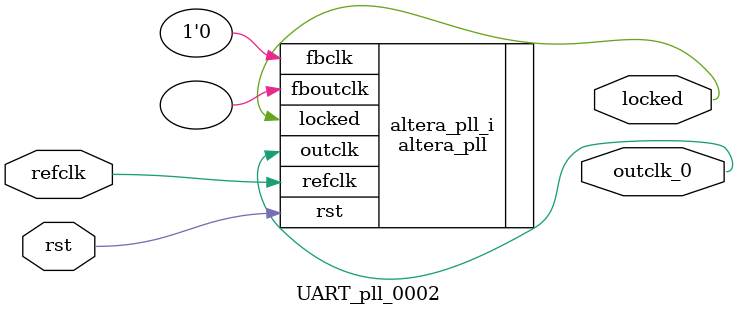
<source format=v>
`timescale 1ns/10ps
module  UART_pll_0002(

	// interface 'refclk'
	input wire refclk,

	// interface 'reset'
	input wire rst,

	// interface 'outclk0'
	output wire outclk_0,

	// interface 'locked'
	output wire locked
);

	altera_pll #(
		.fractional_vco_multiplier("true"),
		.reference_clock_frequency("50.0 MHz"),
		.operation_mode("direct"),
		.number_of_clocks(1),
		.output_clock_frequency0("1.000000 MHz"),
		.phase_shift0("0 ps"),
		.duty_cycle0(50),
		.output_clock_frequency1("0 MHz"),
		.phase_shift1("0 ps"),
		.duty_cycle1(50),
		.output_clock_frequency2("0 MHz"),
		.phase_shift2("0 ps"),
		.duty_cycle2(50),
		.output_clock_frequency3("0 MHz"),
		.phase_shift3("0 ps"),
		.duty_cycle3(50),
		.output_clock_frequency4("0 MHz"),
		.phase_shift4("0 ps"),
		.duty_cycle4(50),
		.output_clock_frequency5("0 MHz"),
		.phase_shift5("0 ps"),
		.duty_cycle5(50),
		.output_clock_frequency6("0 MHz"),
		.phase_shift6("0 ps"),
		.duty_cycle6(50),
		.output_clock_frequency7("0 MHz"),
		.phase_shift7("0 ps"),
		.duty_cycle7(50),
		.output_clock_frequency8("0 MHz"),
		.phase_shift8("0 ps"),
		.duty_cycle8(50),
		.output_clock_frequency9("0 MHz"),
		.phase_shift9("0 ps"),
		.duty_cycle9(50),
		.output_clock_frequency10("0 MHz"),
		.phase_shift10("0 ps"),
		.duty_cycle10(50),
		.output_clock_frequency11("0 MHz"),
		.phase_shift11("0 ps"),
		.duty_cycle11(50),
		.output_clock_frequency12("0 MHz"),
		.phase_shift12("0 ps"),
		.duty_cycle12(50),
		.output_clock_frequency13("0 MHz"),
		.phase_shift13("0 ps"),
		.duty_cycle13(50),
		.output_clock_frequency14("0 MHz"),
		.phase_shift14("0 ps"),
		.duty_cycle14(50),
		.output_clock_frequency15("0 MHz"),
		.phase_shift15("0 ps"),
		.duty_cycle15(50),
		.output_clock_frequency16("0 MHz"),
		.phase_shift16("0 ps"),
		.duty_cycle16(50),
		.output_clock_frequency17("0 MHz"),
		.phase_shift17("0 ps"),
		.duty_cycle17(50),
		.pll_type("General"),
		.pll_subtype("General")
	) altera_pll_i (
		.rst	(rst),
		.outclk	({outclk_0}),
		.locked	(locked),
		.fboutclk	( ),
		.fbclk	(1'b0),
		.refclk	(refclk)
	);
endmodule


</source>
